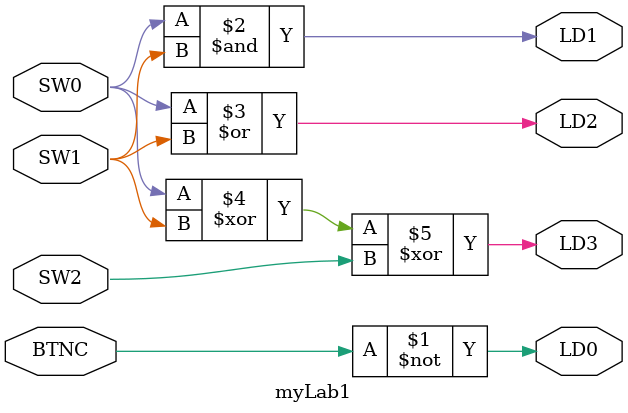
<source format=v>
`timescale 1ns / 1ps


module myLab1(
    input BTNC,
    input SW0,
    input SW1,
    input SW2,
    
    output LD0,
    output LD1,
    output LD2,
    output LD3
    );
    // AND, | for OR, ~ for NOT and ^ for XOR
    assign LD0 = ~BTNC;
    assign LD1 = SW0 & SW1;
    assign LD2 = SW0 | SW1;
    assign LD3 = SW0 ^ SW1 ^ SW2;
    
endmodule

</source>
